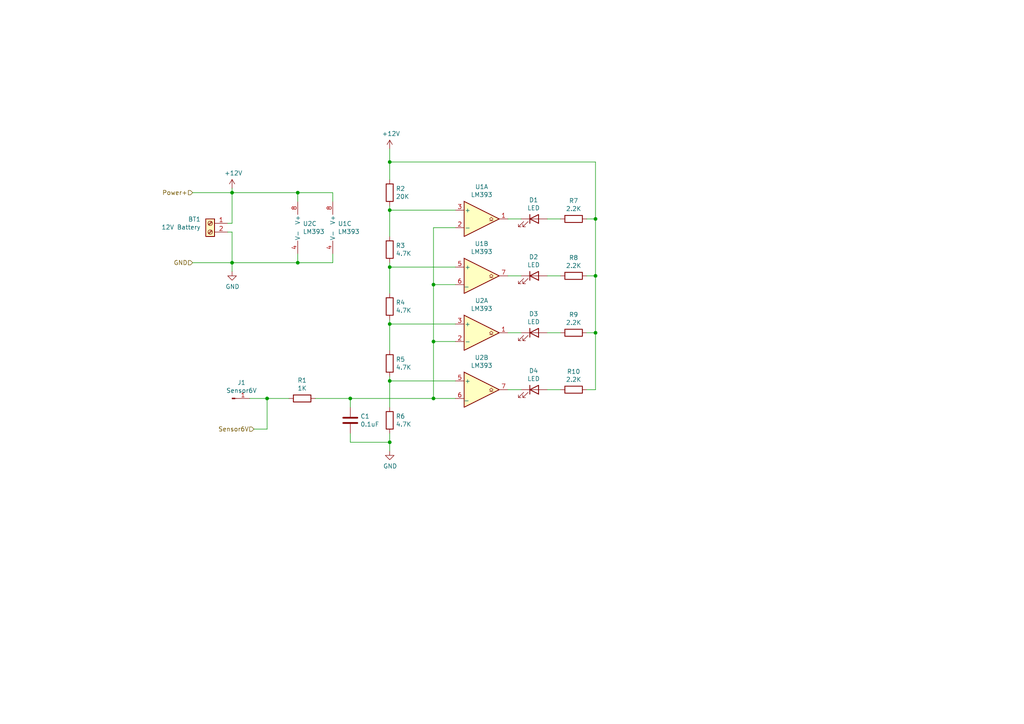
<source format=kicad_sch>
(kicad_sch (version 20211123) (generator eeschema)
  (paper "A4")
  (title_block (title "Voltage Sensor") (date "2020-01-07") (rev "1"))
  (lib_symbols
    (symbol "Comparator:LM393" (pin_names (offset 0.127))
      (property "Reference" "U" (at 3.81 3.81 0))
      (property "Value" "LM393" (at 6.35 -3.81 0))
      (symbol "LM393_1_1"
        (polyline (pts (xy -5.08 5.08) (xy 5.08 0) (xy -5.08 -5.08) (xy -5.08 5.08)) (stroke (width 0.254)) (fill (type background)))
        (polyline (pts (xy 3.302 -0.508) (xy 2.794 -0.508) (xy 3.302 0) (xy 2.794 0.508) (xy 2.286 0) (xy 2.794 -0.508) (xy 2.286 -0.508)) (stroke (width 0.127)))
        (pin open_collector line (at 7.62 0 180) (length 2.54) (name "~") (number "1"))
        (pin input line (at -7.62 -2.54 0) (length 2.54) (name "-") (number "2"))
        (pin input line (at -7.62 2.54 0) (length 2.54) (name "+") (number "3"))
      )
      (symbol "LM393_2_1"
        (polyline (pts (xy -5.08 5.08) (xy 5.08 0) (xy -5.08 -5.08) (xy -5.08 5.08)) (stroke (width 0.254)) (fill (type background)))
        (polyline (pts (xy 3.302 -0.508) (xy 2.794 -0.508) (xy 3.302 0) (xy 2.794 0.508) (xy 2.286 0) (xy 2.794 -0.508) (xy 2.286 -0.508)) (stroke (width 0.127)))
        (pin input line (at -7.62 2.54 0) (length 2.54) (name "+") (number "5"))
        (pin input line (at -7.62 -2.54 0) (length 2.54) (name "_") (number "6"))
        (pin open_collector line (at 7.62 0 180) (length 2.54) (name "~") (number "7"))
      )
      (symbol "LM393_3_1"
        (pin power_in line (at -2.54 -7.62 90) (length 3.81) (name "V-") (number "4"))
        (pin power_in line (at -2.54 7.62 270) (length 3.81) (name "V+") (number "8"))
      )
    )
    (symbol "Connector:Conn_01x01_Male" (pin_names (offset 1.016) hide)
      (property "Reference" "J" (at 0 2.54 0))
      (property "Value" "Conn_01x01_Male" (at 0 -2.54 0))
      (symbol "Conn_01x01_Male_1_1"
        (polyline (pts (xy 1.27 0) (xy 0.8636 0)) (stroke (width 0.1524)))
        (rectangle (start 0.8636 0.127) (end 0 -0.127) (stroke (width 0.1524)) (fill (type outline)))
        (pin passive line (at 5.08 0 180) (length 3.81) (name "Pin_1") (number "1"))
      )
    )
    (symbol "Connector:Screw_Terminal_01x02" (pin_names (offset 1.016) hide)
      (property "Reference" "J" (at 0 2.54 0))
      (property "Value" "Screw_Terminal_01x02" (at 0 -5.08 0))
      (symbol "Screw_Terminal_01x02_1_1"
        (rectangle (start -1.27 1.27) (end 1.27 -3.81) (stroke (width 0.254)) (fill (type background)))
        (circle (center 0 -2.54) (radius 0.635) (stroke (width 0.1524)))
        (polyline (pts (xy -0.5334 -2.2098) (xy 0.3302 -3.048)) (stroke (width 0.1524)))
        (polyline (pts (xy -0.5334 0.3302) (xy 0.3302 -0.508)) (stroke (width 0.1524)))
        (polyline (pts (xy -0.3556 -2.032) (xy 0.508 -2.8702)) (stroke (width 0.1524)))
        (polyline (pts (xy -0.3556 0.508) (xy 0.508 -0.3302)) (stroke (width 0.1524)))
        (circle (center 0 0) (radius 0.635) (stroke (width 0.1524)))
        (pin passive line (at -5.08 0 0) (length 3.81) (name "Pin_1") (number "1"))
        (pin passive line (at -5.08 -2.54 0) (length 3.81) (name "Pin_2") (number "2"))
      )
    )
    (symbol "Device:C" (pin_numbers hide) (pin_names (offset 0.254))
      (property "Reference" "C" (at 0.635 2.54 0))
      (property "Value" "C" (at 0.635 -2.54 0))
      (symbol "C_0_1"
        (polyline (pts (xy -2.032 -0.762) (xy 2.032 -0.762)) (stroke (width 0.508)))
        (polyline (pts (xy -2.032 0.762) (xy 2.032 0.762)) (stroke (width 0.508)))
      )
      (symbol "C_1_1"
        (pin passive line (at 0 3.81 270) (length 2.794) (name "~") (number "1"))
        (pin passive line (at 0 -3.81 90) (length 2.794) (name "~") (number "2"))
      )
    )
    (symbol "Device:LED" (pin_numbers hide) (pin_names (offset 1.016) hide)
      (property "Reference" "D" (at 0 2.54 0))
      (property "Value" "LED" (at 0 -2.54 0))
      (symbol "LED_0_1"
        (polyline (pts (xy -1.27 -1.27) (xy -1.27 1.27)) (stroke (width 0.254)))
        (polyline (pts (xy -1.27 0) (xy 1.27 0)))
        (polyline (pts (xy 1.27 -1.27) (xy 1.27 1.27) (xy -1.27 0) (xy 1.27 -1.27)) (stroke (width 0.254)))
        (polyline (pts (xy -3.048 -0.762) (xy -4.572 -2.286) (xy -3.81 -2.286) (xy -4.572 -2.286) (xy -4.572 -1.524)))
        (polyline (pts (xy -1.778 -0.762) (xy -3.302 -2.286) (xy -2.54 -2.286) (xy -3.302 -2.286) (xy -3.302 -1.524)))
      )
      (symbol "LED_1_1"
        (pin passive line (at -3.81 0 0) (length 2.54) (name "K") (number "1"))
        (pin passive line (at 3.81 0 180) (length 2.54) (name "A") (number "2"))
      )
    )
    (symbol "Device:R" (pin_numbers hide) (pin_names (offset 0))
      (property "Reference" "R" (at 2.032 0 90))
      (property "Value" "R" (at 0 0 90))
      (symbol "R_0_1"
        (rectangle (start -1.016 -2.54) (end 1.016 2.54) (stroke (width 0.254)))
      )
      (symbol "R_1_1"
        (pin passive line (at 0 3.81 270) (length 1.27) (name "~") (number "1"))
        (pin passive line (at 0 -3.81 90) (length 1.27) (name "~") (number "2"))
      )
    )
    (symbol "power:+12V" (power) (pin_names (offset 0))
      (property "Value" "+12V" (at 0 3.556 0))
      (symbol "+12V_0_1"
        (polyline (pts (xy -0.762 1.27) (xy 0 2.54)))
        (polyline (pts (xy 0 0) (xy 0 2.54)))
        (polyline (pts (xy 0 2.54) (xy 0.762 1.27)))
      )
      (symbol "+12V_1_1"
        (pin power_in line (at 0 0 90) (length 0) hide (name "+12V") (number "1"))
      )
    )
    (symbol "power:GND" (power) (pin_names (offset 0))
      (property "Value" "GND" (at 0 -3.81 0))
      (symbol "GND_0_1"
        (polyline (pts (xy 0 0) (xy 0 -1.27) (xy 1.27 -1.27) (xy 0 -2.54) (xy -1.27 -1.27) (xy 0 -1.27)))
      )
      (symbol "GND_1_1"
        (pin power_in line (at 0 0 270) (length 0) hide (name "GND") (number "1"))
      )
    )
  )
  (junction (at 86.36 76.2))
  (junction (at 113.03 93.98))
  (junction (at 113.03 77.47))
  (junction (at 125.73 82.55))
  (junction (at 125.73 99.06))
  (junction (at 101.6 115.57))
  (junction (at 113.03 46.99))
  (junction (at 67.31 55.88))
  (junction (at 86.36 55.88))
  (junction (at 77.47 115.57))
  (junction (at 67.31 76.2))
  (junction (at 113.03 60.96))
  (junction (at 172.72 80.01))
  (junction (at 125.73 115.57))
  (junction (at 113.03 128.27))
  (junction (at 172.72 96.52))
  (junction (at 172.72 63.5))
  (junction (at 113.03 110.49))
  (wire (pts (xy 125.73 99.06) (xy 125.73 115.57)))
  (wire (pts (xy 86.36 76.2) (xy 86.36 73.66)))
  (wire (pts (xy 73.66 124.46) (xy 77.47 124.46)))
  (wire (pts (xy 125.73 99.06) (xy 132.08 99.06)))
  (wire (pts (xy 132.08 110.49) (xy 113.03 110.49)))
  (wire (pts (xy 113.03 43.18) (xy 113.03 46.99)))
  (wire (pts (xy 113.03 128.27) (xy 113.03 125.73)))
  (wire (pts (xy 66.04 67.31) (xy 67.31 67.31)))
  (wire (pts (xy 113.03 77.47) (xy 132.08 77.47)))
  (wire (pts (xy 147.32 63.5) (xy 151.13 63.5)))
  (wire (pts (xy 113.03 77.47) (xy 113.03 85.09)))
  (wire (pts (xy 162.56 96.52) (xy 158.75 96.52)))
  (wire (pts (xy 101.6 128.27) (xy 113.03 128.27)))
  (wire (pts (xy 86.36 76.2) (xy 96.52 76.2)))
  (wire (pts (xy 132.08 93.98) (xy 113.03 93.98)))
  (wire (pts (xy 113.03 60.96) (xy 113.03 68.58)))
  (wire (pts (xy 162.56 113.03) (xy 158.75 113.03)))
  (wire (pts (xy 125.73 82.55) (xy 132.08 82.55)))
  (wire (pts (xy 55.88 76.2) (xy 67.31 76.2)))
  (wire (pts (xy 86.36 55.88) (xy 67.31 55.88)))
  (wire (pts (xy 77.47 115.57) (xy 77.47 124.46)))
  (wire (pts (xy 113.03 77.47) (xy 113.03 76.2)))
  (wire (pts (xy 172.72 113.03) (xy 172.72 96.52)))
  (wire (pts (xy 67.31 67.31) (xy 67.31 76.2)))
  (wire (pts (xy 91.44 115.57) (xy 101.6 115.57)))
  (wire (pts (xy 125.73 66.04) (xy 125.73 82.55)))
  (wire (pts (xy 101.6 118.11) (xy 101.6 115.57)))
  (wire (pts (xy 158.75 63.5) (xy 162.56 63.5)))
  (wire (pts (xy 67.31 55.88) (xy 67.31 64.77)))
  (wire (pts (xy 96.52 73.66) (xy 96.52 76.2)))
  (wire (pts (xy 132.08 66.04) (xy 125.73 66.04)))
  (wire (pts (xy 172.72 80.01) (xy 172.72 63.5)))
  (wire (pts (xy 151.13 80.01) (xy 147.32 80.01)))
  (wire (pts (xy 67.31 54.61) (xy 67.31 55.88)))
  (wire (pts (xy 151.13 96.52) (xy 147.32 96.52)))
  (wire (pts (xy 113.03 110.49) (xy 113.03 109.22)))
  (wire (pts (xy 113.03 60.96) (xy 113.03 59.69)))
  (wire (pts (xy 113.03 46.99) (xy 172.72 46.99)))
  (wire (pts (xy 125.73 115.57) (xy 101.6 115.57)))
  (wire (pts (xy 113.03 93.98) (xy 113.03 101.6)))
  (wire (pts (xy 172.72 96.52) (xy 172.72 80.01)))
  (wire (pts (xy 86.36 76.2) (xy 67.31 76.2)))
  (wire (pts (xy 151.13 113.03) (xy 147.32 113.03)))
  (wire (pts (xy 86.36 55.88) (xy 86.36 58.42)))
  (wire (pts (xy 113.03 118.11) (xy 113.03 110.49)))
  (wire (pts (xy 101.6 125.73) (xy 101.6 128.27)))
  (wire (pts (xy 125.73 115.57) (xy 132.08 115.57)))
  (wire (pts (xy 172.72 46.99) (xy 172.72 63.5)))
  (wire (pts (xy 83.82 115.57) (xy 77.47 115.57)))
  (wire (pts (xy 162.56 80.01) (xy 158.75 80.01)))
  (wire (pts (xy 170.18 80.01) (xy 172.72 80.01)))
  (wire (pts (xy 113.03 92.71) (xy 113.03 93.98)))
  (wire (pts (xy 125.73 82.55) (xy 125.73 99.06)))
  (wire (pts (xy 170.18 113.03) (xy 172.72 113.03)))
  (wire (pts (xy 170.18 96.52) (xy 172.72 96.52)))
  (wire (pts (xy 113.03 52.07) (xy 113.03 46.99)))
  (wire (pts (xy 72.39 115.57) (xy 77.47 115.57)))
  (wire (pts (xy 113.03 130.81) (xy 113.03 128.27)))
  (wire (pts (xy 66.04 64.77) (xy 67.31 64.77)))
  (wire (pts (xy 132.08 60.96) (xy 113.03 60.96)))
  (wire (pts (xy 172.72 63.5) (xy 170.18 63.5)))
  (wire (pts (xy 67.31 76.2) (xy 67.31 78.74)))
  (wire (pts (xy 55.88 55.88) (xy 67.31 55.88)))
  (wire (pts (xy 96.52 55.88) (xy 96.52 58.42)))
  (wire (pts (xy 86.36 55.88) (xy 96.52 55.88)))
  (hierarchical_label "GND" (shape input) (at 55.88 76.2 180))
  (hierarchical_label "Power+" (shape input) (at 55.88 55.88 180))
  (hierarchical_label "Sensor6V" (shape input) (at 73.66 124.46 180))
  (symbol (lib_id "Comparator:LM393") (at 139.7 63.5 0) (unit 1)
    (property "Reference" "U1" (at 139.7 54.1782 0))
    (property "Value" "LM393" (at 139.7 56.4896 0))
    (property "Footprint" "Package_DIP:DIP-8_W7.62mm" (effects hide))
    (property "Datasheet" "http://www.ti.com/lit/ds/symlink/lm393-n.pdf" (effects hide))
  )
  (symbol (lib_id "Comparator:LM393") (at 139.7 80.01 0) (unit 2)
    (property "Reference" "U1" (at 139.7 70.6882 0))
    (property "Value" "LM393" (at 139.7 72.9996 0))
    (property "Datasheet" "http://www.ti.com/lit/ds/symlink/lm393-n.pdf" (effects hide))
  )
  (symbol (lib_id "Comparator:LM393") (at 99.06 66.04 0) (unit 3)
    (property "Reference" "U1" (at 97.9932 64.8716 0) (effects (justify left)))
    (property "Value" "LM393" (at 97.9932 67.183 0) (effects (justify left)))
    (property "Datasheet" "http://www.ti.com/lit/ds/symlink/lm393-n.pdf" (effects hide))
  )
  (symbol (lib_id "Comparator:LM393") (at 139.7 96.52 0) (unit 1)
    (property "Reference" "U2" (at 139.7 87.1982 0))
    (property "Value" "LM393" (at 139.7 89.5096 0))
    (property "Footprint" "Package_DIP:DIP-8_W7.62mm" (effects hide))
    (property "Datasheet" "http://www.ti.com/lit/ds/symlink/lm393-n.pdf" (effects hide))
  )
  (symbol (lib_id "Comparator:LM393") (at 139.7 113.03 0) (unit 2)
    (property "Reference" "U2" (at 139.7 103.7082 0))
    (property "Value" "LM393" (at 139.7 106.0196 0))
    (property "Datasheet" "http://www.ti.com/lit/ds/symlink/lm393-n.pdf" (effects hide))
  )
  (symbol (lib_id "Comparator:LM393") (at 88.9 66.04 0) (unit 3)
    (property "Reference" "U2" (at 87.8332 64.8716 0) (effects (justify left)))
    (property "Value" "LM393" (at 87.8332 67.183 0) (effects (justify left)))
    (property "Datasheet" "http://www.ti.com/lit/ds/symlink/lm393-n.pdf" (effects hide))
  )
  (symbol (lib_id "Device:R") (at 113.03 55.88 180) (unit 1)
    (property "Reference" "R2" (at 114.808 54.7116 0) (effects (justify right)))
    (property "Value" "20K" (at 114.808 57.023 0) (effects (justify right)))
    (property "Footprint" "Resistor_THT:R_Axial_DIN0207_L6.3mm_D2.5mm_P7.62mm_Horizontal" (effects hide))
  )
  (symbol (lib_id "Device:R") (at 113.03 72.39 180) (unit 1)
    (property "Reference" "R3" (at 114.808 71.2216 0) (effects (justify right)))
    (property "Value" "4.7K" (at 114.808 73.533 0) (effects (justify right)))
    (property "Footprint" "Resistor_THT:R_Axial_DIN0207_L6.3mm_D2.5mm_P7.62mm_Horizontal" (effects hide))
  )
  (symbol (lib_id "Device:R") (at 113.03 88.9 180) (unit 1)
    (property "Reference" "R4" (at 114.808 87.7316 0) (effects (justify right)))
    (property "Value" "4.7K" (at 114.808 90.043 0) (effects (justify right)))
    (property "Footprint" "Resistor_THT:R_Axial_DIN0207_L6.3mm_D2.5mm_P7.62mm_Horizontal" (effects hide))
  )
  (symbol (lib_id "Device:R") (at 113.03 105.41 180) (unit 1)
    (property "Reference" "R5" (at 114.808 104.2416 0) (effects (justify right)))
    (property "Value" "4.7K" (at 114.808 106.553 0) (effects (justify right)))
    (property "Footprint" "Resistor_THT:R_Axial_DIN0207_L6.3mm_D2.5mm_P7.62mm_Horizontal" (effects hide))
  )
  (symbol (lib_id "Device:R") (at 113.03 121.92 180) (unit 1)
    (property "Reference" "R6" (at 114.808 120.7516 0) (effects (justify right)))
    (property "Value" "4.7K" (at 114.808 123.063 0) (effects (justify right)))
    (property "Footprint" "Resistor_THT:R_Axial_DIN0207_L6.3mm_D2.5mm_P7.62mm_Horizontal" (effects hide))
  )
  (symbol (lib_id "Device:LED") (at 154.94 63.5 0) (unit 1)
    (property "Reference" "D1" (at 154.7622 58.0136 0))
    (property "Value" "LED" (at 154.7622 60.325 0))
    (property "Footprint" "LED_THT:LED_D3.0mm_FlatTop" (effects hide))
  )
  (symbol (lib_id "Device:LED") (at 154.94 80.01 0) (unit 1)
    (property "Reference" "D2" (at 154.7622 74.5236 0))
    (property "Value" "LED" (at 154.7622 76.835 0))
    (property "Footprint" "LED_THT:LED_D3.0mm_FlatTop" (effects hide))
  )
  (symbol (lib_id "Device:LED") (at 154.94 96.52 0) (unit 1)
    (property "Reference" "D3" (at 154.7622 91.0336 0))
    (property "Value" "LED" (at 154.7622 93.345 0))
    (property "Footprint" "LED_THT:LED_D3.0mm_FlatTop" (effects hide))
  )
  (symbol (lib_id "Device:LED") (at 154.94 113.03 0) (unit 1)
    (property "Reference" "D4" (at 154.7622 107.5436 0))
    (property "Value" "LED" (at 154.7622 109.855 0))
    (property "Footprint" "LED_THT:LED_D3.0mm_FlatTop" (effects hide))
  )
  (symbol (lib_id "Device:R") (at 166.37 63.5 270) (unit 1)
    (property "Reference" "R7" (at 166.37 58.2422 90))
    (property "Value" "2.2K" (at 166.37 60.5536 90))
    (property "Footprint" "Resistor_THT:R_Axial_DIN0207_L6.3mm_D2.5mm_P7.62mm_Horizontal" (effects hide))
  )
  (symbol (lib_id "Device:R") (at 166.37 80.01 270) (unit 1)
    (property "Reference" "R8" (at 166.37 74.7522 90))
    (property "Value" "2.2K" (at 166.37 77.0636 90))
    (property "Footprint" "Resistor_THT:R_Axial_DIN0207_L6.3mm_D2.5mm_P7.62mm_Horizontal" (effects hide))
  )
  (symbol (lib_id "Device:R") (at 166.37 96.52 270) (unit 1)
    (property "Reference" "R9" (at 166.37 91.2622 90))
    (property "Value" "2.2K" (at 166.37 93.5736 90))
    (property "Footprint" "Resistor_THT:R_Axial_DIN0207_L6.3mm_D2.5mm_P7.62mm_Horizontal" (effects hide))
  )
  (symbol (lib_id "Device:R") (at 166.37 113.03 270) (unit 1)
    (property "Reference" "R10" (at 166.37 107.7722 90))
    (property "Value" "2.2K" (at 166.37 110.0836 90))
    (property "Footprint" "Resistor_THT:R_Axial_DIN0207_L6.3mm_D2.5mm_P7.62mm_Horizontal" (effects hide))
  )
  (symbol (lib_id "power:GND") (at 113.03 130.81 0) (unit 1)
    (property "Reference" "#PWR0101" (effects hide))
    (property "Value" "GND" (at 113.157 135.2042 0))
  )
  (symbol (lib_id "Connector:Screw_Terminal_01x02") (at 60.96 64.77 0) (mirror y) (unit 1)
    (property "Reference" "BT1" (at 58.2168 63.6016 0) (effects (justify left)))
    (property "Value" "12V Battery" (at 58.2168 65.913 0) (effects (justify left)))
    (property "Footprint" "Connector_JST:JST_XH_B2B-XH-A_1x02_P2.50mm_Vertical" (effects hide))
  )
  (symbol (lib_id "power:+12V") (at 113.03 43.18 0) (unit 1)
    (property "Reference" "#PWR0102" (effects hide))
    (property "Value" "+12V" (at 113.411 38.7858 0))
  )
  (symbol (lib_id "Device:R") (at 87.63 115.57 270) (unit 1)
    (property "Reference" "R1" (at 87.63 110.3122 90))
    (property "Value" "1K" (at 87.63 112.6236 90))
    (property "Footprint" "Resistor_THT:R_Axial_DIN0207_L6.3mm_D2.5mm_P7.62mm_Horizontal" (effects hide))
  )
  (symbol (lib_id "Device:C") (at 101.6 121.92 0) (unit 1)
    (property "Reference" "C1" (at 104.521 120.7516 0) (effects (justify left)))
    (property "Value" "0.1uF" (at 104.521 123.063 0) (effects (justify left)))
    (property "Footprint" "Capacitor_THT:C_Disc_D3.0mm_W1.6mm_P2.50mm" (effects hide))
  )
  (symbol (lib_id "power:+12V") (at 67.31 54.61 0) (unit 1)
    (property "Reference" "#PWR0103" (effects hide))
    (property "Value" "+12V" (at 67.691 50.2158 0))
  )
  (symbol (lib_id "power:GND") (at 67.31 78.74 0) (unit 1)
    (property "Reference" "#PWR0104" (effects hide))
    (property "Value" "GND" (at 67.437 83.1342 0))
  )
  (symbol (lib_id "Connector:Conn_01x01_Male") (at 67.31 115.57 0) (unit 1)
    (property "Reference" "J1" (at 70.0532 110.9726 0))
    (property "Value" "Sensor6V" (at 70.0532 113.284 0))
    (property "Footprint" "Connector_PinHeader_2.54mm:PinHeader_1x01_P2.54mm_Vertical" (effects hide))
  )
)
</source>
